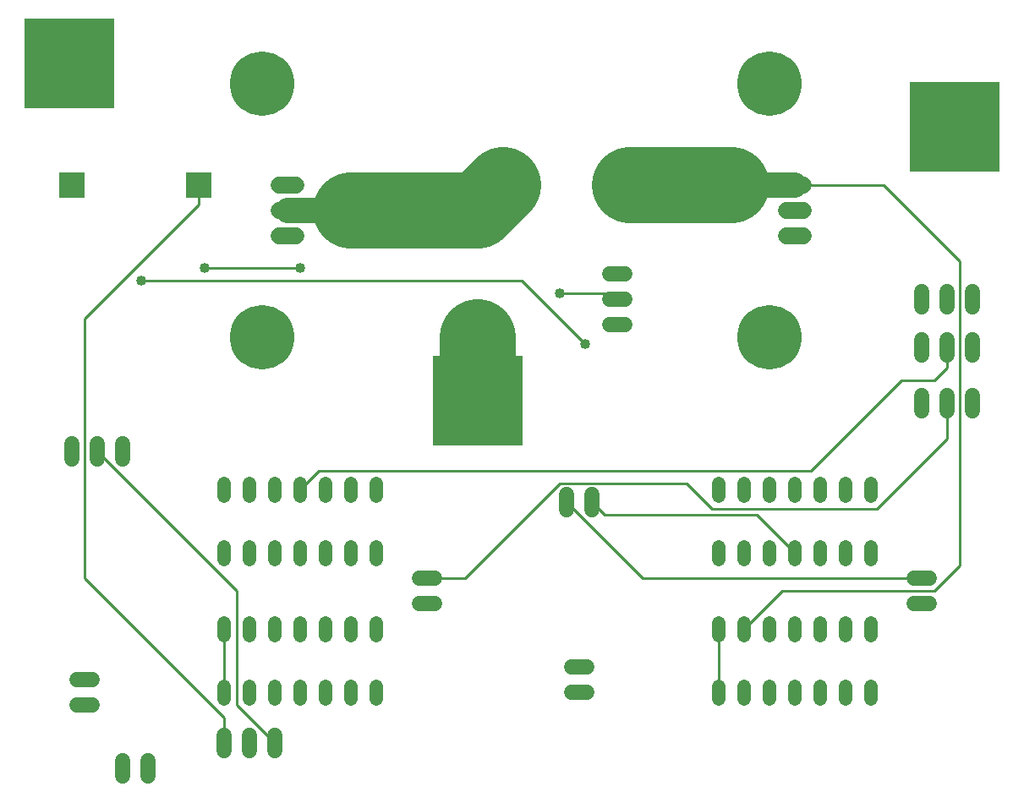
<source format=gbl>
G75*
G70*
%OFA0B0*%
%FSLAX24Y24*%
%IPPOS*%
%LPD*%
%AMOC8*
5,1,8,0,0,1.08239X$1,22.5*
%
%ADD10C,0.0660*%
%ADD11C,0.2540*%
%ADD12R,0.1000X0.1000*%
%ADD13C,0.0600*%
%ADD14C,0.0520*%
%ADD15R,0.3543X0.3543*%
%ADD16C,0.0100*%
%ADD17C,0.0400*%
%ADD18C,0.3000*%
%ADD19C,0.1000*%
D10*
X010982Y022101D02*
X011642Y022101D01*
X011642Y023101D02*
X010982Y023101D01*
X010982Y024101D02*
X011642Y024101D01*
X030982Y024101D02*
X031642Y024101D01*
X031642Y023101D02*
X030982Y023101D01*
X030982Y022101D02*
X031642Y022101D01*
D11*
X030312Y018101D03*
X030312Y028101D03*
X010312Y028101D03*
X010312Y018101D03*
D12*
X007812Y024101D03*
X002812Y024101D03*
X018812Y023101D03*
X019812Y024101D03*
X024812Y024101D03*
X018812Y018101D03*
D13*
X003612Y003601D02*
X003012Y003601D01*
X003012Y004601D02*
X003612Y004601D01*
X004812Y001401D02*
X004812Y000801D01*
X005812Y000801D02*
X005812Y001401D01*
X008812Y001801D02*
X008812Y002401D01*
X009812Y002401D02*
X009812Y001801D01*
X010812Y001801D02*
X010812Y002401D01*
X016512Y007601D02*
X017112Y007601D01*
X017112Y008601D02*
X016512Y008601D01*
X022312Y011301D02*
X022312Y011901D01*
X023312Y011901D02*
X023312Y011301D01*
X023112Y005101D02*
X022512Y005101D01*
X022512Y004101D02*
X023112Y004101D01*
X036012Y007601D02*
X036612Y007601D01*
X036612Y008601D02*
X036012Y008601D01*
X036312Y015201D02*
X036312Y015801D01*
X037312Y015801D02*
X037312Y015201D01*
X038312Y015201D02*
X038312Y015801D01*
X038312Y017401D02*
X038312Y018001D01*
X037312Y018001D02*
X037312Y017401D01*
X036312Y017401D02*
X036312Y018001D01*
X036312Y019301D02*
X036312Y019901D01*
X037312Y019901D02*
X037312Y019301D01*
X038312Y019301D02*
X038312Y019901D01*
X024612Y019601D02*
X024012Y019601D01*
X024012Y020601D02*
X024612Y020601D01*
X024612Y018601D02*
X024012Y018601D01*
X004812Y013901D02*
X004812Y013301D01*
X003812Y013301D02*
X003812Y013901D01*
X002812Y013901D02*
X002812Y013301D01*
D14*
X008812Y012361D02*
X008812Y011841D01*
X009812Y011841D02*
X009812Y012361D01*
X010812Y012361D02*
X010812Y011841D01*
X011812Y011841D02*
X011812Y012361D01*
X012812Y012361D02*
X012812Y011841D01*
X013812Y011841D02*
X013812Y012361D01*
X014812Y012361D02*
X014812Y011841D01*
X014812Y009861D02*
X014812Y009341D01*
X013812Y009341D02*
X013812Y009861D01*
X012812Y009861D02*
X012812Y009341D01*
X011812Y009341D02*
X011812Y009861D01*
X010812Y009861D02*
X010812Y009341D01*
X009812Y009341D02*
X009812Y009861D01*
X008812Y009861D02*
X008812Y009341D01*
X008812Y006861D02*
X008812Y006341D01*
X009812Y006341D02*
X009812Y006861D01*
X010812Y006861D02*
X010812Y006341D01*
X011812Y006341D02*
X011812Y006861D01*
X012812Y006861D02*
X012812Y006341D01*
X013812Y006341D02*
X013812Y006861D01*
X014812Y006861D02*
X014812Y006341D01*
X014812Y004361D02*
X014812Y003841D01*
X013812Y003841D02*
X013812Y004361D01*
X012812Y004361D02*
X012812Y003841D01*
X011812Y003841D02*
X011812Y004361D01*
X010812Y004361D02*
X010812Y003841D01*
X009812Y003841D02*
X009812Y004361D01*
X008812Y004361D02*
X008812Y003841D01*
X028312Y003841D02*
X028312Y004361D01*
X029312Y004361D02*
X029312Y003841D01*
X030312Y003841D02*
X030312Y004361D01*
X031312Y004361D02*
X031312Y003841D01*
X032312Y003841D02*
X032312Y004361D01*
X033312Y004361D02*
X033312Y003841D01*
X034312Y003841D02*
X034312Y004361D01*
X034312Y006341D02*
X034312Y006861D01*
X033312Y006861D02*
X033312Y006341D01*
X032312Y006341D02*
X032312Y006861D01*
X031312Y006861D02*
X031312Y006341D01*
X030312Y006341D02*
X030312Y006861D01*
X029312Y006861D02*
X029312Y006341D01*
X028312Y006341D02*
X028312Y006861D01*
X028312Y009341D02*
X028312Y009861D01*
X029312Y009861D02*
X029312Y009341D01*
X030312Y009341D02*
X030312Y009861D01*
X031312Y009861D02*
X031312Y009341D01*
X032312Y009341D02*
X032312Y009861D01*
X033312Y009861D02*
X033312Y009341D01*
X034312Y009341D02*
X034312Y009861D01*
X034312Y011841D02*
X034312Y012361D01*
X033312Y012361D02*
X033312Y011841D01*
X032312Y011841D02*
X032312Y012361D01*
X031312Y012361D02*
X031312Y011841D01*
X030312Y011841D02*
X030312Y012361D01*
X029312Y012361D02*
X029312Y011841D01*
X028312Y011841D02*
X028312Y012361D01*
D15*
X018812Y015601D03*
X002712Y028901D03*
X037612Y026401D03*
D16*
X034812Y024101D02*
X031312Y024101D01*
X034812Y024101D02*
X037812Y021101D01*
X037812Y009101D01*
X036812Y008101D01*
X030812Y008101D01*
X029312Y006601D01*
X028312Y006601D02*
X028312Y004101D01*
X025312Y008601D02*
X022312Y011601D01*
X022062Y012351D02*
X027062Y012351D01*
X028062Y011351D01*
X034562Y011351D01*
X037312Y014101D01*
X037312Y015501D01*
X036812Y016401D02*
X037312Y016901D01*
X037312Y017701D01*
X036812Y016401D02*
X035512Y016401D01*
X031962Y012851D01*
X012562Y012851D01*
X011812Y012101D01*
X016812Y008601D02*
X018312Y008601D01*
X022062Y012351D01*
X023312Y011601D02*
X023812Y011101D01*
X029812Y011101D01*
X031312Y009601D01*
X036312Y008601D02*
X025312Y008601D01*
X023062Y017851D02*
X020562Y020351D01*
X005562Y020351D01*
X003312Y018851D02*
X007812Y023351D01*
X007812Y024101D01*
X008062Y020851D02*
X011812Y020851D01*
X003312Y018851D02*
X003312Y008601D01*
X008812Y003101D01*
X008812Y002101D01*
X009312Y003601D02*
X009312Y008101D01*
X003812Y013601D01*
X008812Y006601D02*
X008812Y004101D01*
X009312Y003601D02*
X010812Y002101D01*
X024312Y019601D02*
X024062Y019851D01*
X022062Y019851D01*
D17*
X022062Y019851D03*
X023062Y017851D03*
X011812Y020851D03*
X008062Y020851D03*
X005562Y020351D03*
D18*
X013812Y023101D02*
X018812Y023101D01*
X019812Y024101D01*
X024812Y024101D02*
X028812Y024101D01*
X018812Y018101D02*
X018812Y015601D01*
D19*
X013812Y023101D02*
X011312Y023101D01*
X028812Y024101D02*
X031312Y024101D01*
M02*

</source>
